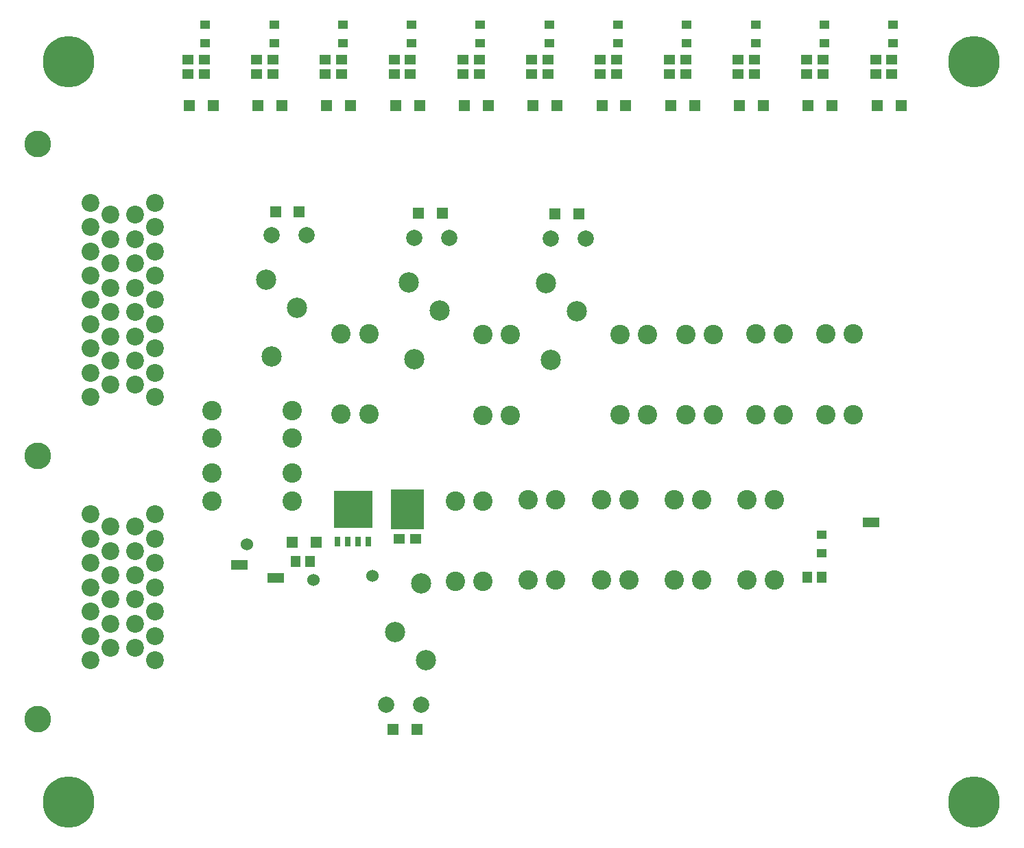
<source format=gbr>
%TF.GenerationSoftware,Altium Limited,Altium Designer,19.0.10 (269)*%
G04 Layer_Color=255*
%FSLAX26Y26*%
%MOIN*%
%TF.FileFunction,Pads,Top*%
%TF.Part,Single*%
G01*
G75*
%TA.AperFunction,SMDPad,CuDef*%
%ADD10R,0.051181X0.043307*%
%ADD11R,0.053150X0.057087*%
%ADD12R,0.053150X0.045276*%
%ADD13R,0.080709X0.045276*%
%ADD14R,0.045276X0.053150*%
%ADD15R,0.185039X0.181102*%
%ADD16R,0.027559X0.045276*%
%ADD17R,0.057087X0.051181*%
%ADD18R,0.163386X0.192913*%
%TA.AperFunction,ComponentPad*%
%ADD23C,0.094488*%
%ADD24C,0.086614*%
%ADD25C,0.129921*%
%TA.AperFunction,ViaPad*%
%ADD26C,0.060000*%
%ADD27C,0.250000*%
%TA.AperFunction,ComponentPad*%
%ADD28C,0.098425*%
%ADD29C,0.078740*%
D10*
X1967162Y3990724D02*
D03*
Y4081276D02*
D03*
X2301453Y3990724D02*
D03*
Y4081276D02*
D03*
X2635744Y3990724D02*
D03*
Y4081276D02*
D03*
X2970034Y3990724D02*
D03*
Y4081276D02*
D03*
X3304325Y3990724D02*
D03*
Y4081276D02*
D03*
X3638615Y3990724D02*
D03*
Y4081276D02*
D03*
X3972906Y3990724D02*
D03*
Y4081276D02*
D03*
X4307197Y3990724D02*
D03*
Y4081276D02*
D03*
X1632872Y3990724D02*
D03*
Y4081276D02*
D03*
X1298581Y3990724D02*
D03*
Y4081276D02*
D03*
X964291Y3990724D02*
D03*
Y4081276D02*
D03*
X3958308Y1601071D02*
D03*
Y1510520D02*
D03*
D11*
X1670943Y3686000D02*
D03*
X1554801D02*
D03*
X1336652D02*
D03*
X1220510D02*
D03*
X1002361D02*
D03*
X886220D02*
D03*
X2005233D02*
D03*
X1889092D02*
D03*
X3676686D02*
D03*
X3560545D02*
D03*
X4345267D02*
D03*
X4229126D02*
D03*
X4010977D02*
D03*
X3894835D02*
D03*
X2673814D02*
D03*
X2557673D02*
D03*
X2339524D02*
D03*
X2223382D02*
D03*
X3342396D02*
D03*
X3226254D02*
D03*
X3008105D02*
D03*
X2891963D02*
D03*
X1502362Y1564362D02*
D03*
X1386221D02*
D03*
X2664585Y3159063D02*
D03*
X2780726D02*
D03*
X1998929Y3162001D02*
D03*
X2115071D02*
D03*
X1304929Y3169758D02*
D03*
X1421071D02*
D03*
X1992000Y655000D02*
D03*
X1875858D02*
D03*
D12*
X879016Y3841276D02*
D03*
Y3910173D02*
D03*
X1213307Y3841276D02*
D03*
Y3910173D02*
D03*
X1547597Y3841276D02*
D03*
Y3910173D02*
D03*
X1881888Y3841276D02*
D03*
Y3910173D02*
D03*
X2216179Y3841276D02*
D03*
Y3910173D02*
D03*
X3887632Y3841276D02*
D03*
Y3910173D02*
D03*
X4221922Y3841276D02*
D03*
Y3910173D02*
D03*
X3553341Y3841276D02*
D03*
Y3910173D02*
D03*
X3219050Y3841276D02*
D03*
Y3910173D02*
D03*
X2884760Y3841276D02*
D03*
Y3910173D02*
D03*
X2550469Y3841276D02*
D03*
Y3910173D02*
D03*
X3632633Y3910174D02*
D03*
Y3841276D02*
D03*
X3966923Y3910174D02*
D03*
Y3841276D02*
D03*
X4301214Y3910174D02*
D03*
Y3841276D02*
D03*
X1961179Y3910174D02*
D03*
Y3841276D02*
D03*
X2295470Y3910174D02*
D03*
Y3841276D02*
D03*
X2629761Y3910174D02*
D03*
Y3841276D02*
D03*
X2964051Y3910174D02*
D03*
Y3841276D02*
D03*
X3298342Y3910174D02*
D03*
Y3841276D02*
D03*
X1626889Y3910174D02*
D03*
Y3841276D02*
D03*
X958308Y3910174D02*
D03*
Y3841276D02*
D03*
X1292598Y3910174D02*
D03*
Y3841276D02*
D03*
D13*
X1130000Y1451783D02*
D03*
X4200000Y1660000D02*
D03*
X1307000Y1389627D02*
D03*
D14*
X3889411Y1393000D02*
D03*
X3958308D02*
D03*
X1471740Y1469362D02*
D03*
X1402843D02*
D03*
D15*
X1681923Y1724173D02*
D03*
D16*
X1756923Y1566693D02*
D03*
X1706923D02*
D03*
X1656923D02*
D03*
X1606923D02*
D03*
D17*
X1906920Y1579055D02*
D03*
X1986920D02*
D03*
D18*
X1946920Y1725000D02*
D03*
D23*
X1385551Y1765000D02*
D03*
X995000D02*
D03*
X1385551Y1898858D02*
D03*
X995000D02*
D03*
Y2203780D02*
D03*
X1385551D02*
D03*
X995000Y2069921D02*
D03*
X1385551D02*
D03*
X1624843Y2186206D02*
D03*
Y2576757D02*
D03*
X1758701Y2186206D02*
D03*
Y2576757D02*
D03*
X2313490Y2181724D02*
D03*
Y2572276D02*
D03*
X2447348Y2181724D02*
D03*
Y2572276D02*
D03*
X2979165Y2183724D02*
D03*
Y2574276D02*
D03*
X3113023Y2183724D02*
D03*
Y2574276D02*
D03*
X3299361Y2184449D02*
D03*
Y2575000D02*
D03*
X3433220Y2184449D02*
D03*
Y2575000D02*
D03*
X3638246Y2184724D02*
D03*
Y2575276D02*
D03*
X3772104Y2184724D02*
D03*
Y2575276D02*
D03*
X3978379Y2184898D02*
D03*
Y2575450D02*
D03*
X4112237Y2184898D02*
D03*
Y2575450D02*
D03*
X3731237Y1771450D02*
D03*
Y1380898D02*
D03*
X3597378Y1771450D02*
D03*
Y1380898D02*
D03*
X3376886Y1771000D02*
D03*
Y1380449D02*
D03*
X3243028Y1771000D02*
D03*
Y1380449D02*
D03*
X3022570Y1771450D02*
D03*
Y1380898D02*
D03*
X2888712Y1771450D02*
D03*
Y1380898D02*
D03*
X2667701Y1771757D02*
D03*
Y1381206D02*
D03*
X2533843Y1771757D02*
D03*
Y1381206D02*
D03*
X2313314Y1763253D02*
D03*
Y1372702D02*
D03*
X2179456Y1763253D02*
D03*
Y1372702D02*
D03*
D24*
X720866Y2269685D02*
D03*
Y2387795D02*
D03*
Y2505905D02*
D03*
Y2624016D02*
D03*
Y2742126D02*
D03*
Y2860236D02*
D03*
Y2978347D02*
D03*
Y3096457D02*
D03*
Y3214567D02*
D03*
X622441Y2328740D02*
D03*
Y2446850D02*
D03*
Y2564961D02*
D03*
Y2683071D02*
D03*
Y2801181D02*
D03*
Y2919291D02*
D03*
Y3037402D02*
D03*
Y3155512D02*
D03*
X504331Y2328740D02*
D03*
Y2446850D02*
D03*
Y2564961D02*
D03*
Y2683071D02*
D03*
Y2801181D02*
D03*
Y2919291D02*
D03*
Y3037402D02*
D03*
Y3155512D02*
D03*
X405906Y2269685D02*
D03*
Y2387795D02*
D03*
Y2505905D02*
D03*
Y2624016D02*
D03*
Y2742126D02*
D03*
Y2860236D02*
D03*
Y2978347D02*
D03*
Y3096457D02*
D03*
Y3214567D02*
D03*
Y1698819D02*
D03*
Y1580709D02*
D03*
Y1462599D02*
D03*
Y1344488D02*
D03*
Y1226378D02*
D03*
Y1108268D02*
D03*
Y990158D02*
D03*
X504331Y1639764D02*
D03*
Y1521654D02*
D03*
Y1403543D02*
D03*
Y1285433D02*
D03*
Y1167323D02*
D03*
Y1049213D02*
D03*
X622441Y1639764D02*
D03*
Y1521654D02*
D03*
Y1403543D02*
D03*
Y1285433D02*
D03*
Y1167323D02*
D03*
Y1049213D02*
D03*
X720866Y1698819D02*
D03*
Y1580709D02*
D03*
Y1462599D02*
D03*
Y1344488D02*
D03*
Y1226378D02*
D03*
Y1108268D02*
D03*
Y990158D02*
D03*
D25*
X150000Y704724D02*
D03*
Y1984252D02*
D03*
Y3500000D02*
D03*
D26*
X1166000Y1552000D02*
D03*
X1777000Y1401000D02*
D03*
X1490000Y1380000D02*
D03*
D27*
X4700000Y300000D02*
D03*
Y3900000D02*
D03*
X300000D02*
D03*
Y300000D02*
D03*
D28*
X2644656Y2449512D02*
D03*
X2619065Y2823528D02*
D03*
X2768671Y2685732D02*
D03*
X1979001Y2452449D02*
D03*
X1953410Y2826465D02*
D03*
X2103016Y2688670D02*
D03*
X1286000Y2466449D02*
D03*
X1260410Y2840465D02*
D03*
X1410016Y2702669D02*
D03*
X2011929Y1364551D02*
D03*
X2037520Y990535D02*
D03*
X1887913Y1128331D02*
D03*
D29*
X2813947Y3040063D02*
D03*
X2644656D02*
D03*
X2148292Y3043001D02*
D03*
X1979001D02*
D03*
X1455292Y3057000D02*
D03*
X1286000D02*
D03*
X1842638Y774000D02*
D03*
X2011929D02*
D03*
%TF.MD5,dcb67cba2264ce459eb3aed0a2114aee*%
M02*

</source>
